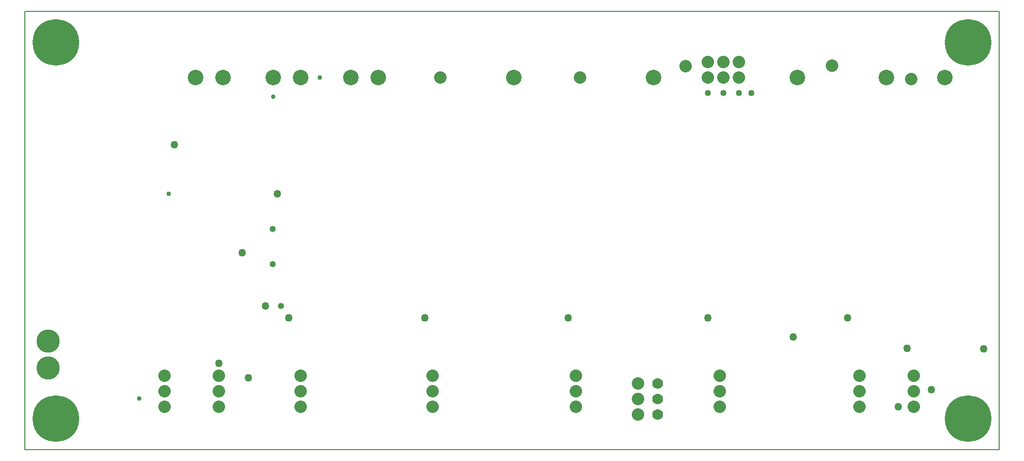
<source format=gbr>
G04 PROTEUS GERBER X2 FILE*
%TF.GenerationSoftware,Labcenter,Proteus,8.7-SP3-Build25561*%
%TF.CreationDate,2021-05-23T19:19:56+00:00*%
%TF.FileFunction,Copper,L4,Inr*%
%TF.FilePolarity,Positive*%
%TF.Part,Single*%
%TF.SameCoordinates,{bb4e542a-de17-4d2d-b6f0-32913e85bf41}*%
%FSLAX45Y45*%
%MOMM*%
G01*
%TA.AperFunction,ViaPad*%
%ADD18C,1.270000*%
%ADD19C,1.778000*%
%ADD70C,1.016000*%
%ADD71C,0.762000*%
%ADD20C,2.032000*%
%TA.AperFunction,ComponentPad*%
%ADD22C,3.810000*%
%ADD23C,2.540000*%
%ADD24C,2.032000*%
%TA.AperFunction,OtherPad,Unknown*%
%ADD35C,7.620000*%
%TA.AperFunction,Profile*%
%ADD40C,0.203200*%
%TD.AperFunction*%
D18*
X+6858000Y-3556000D03*
D19*
X+2921000Y-3175000D03*
X+2921000Y-3429000D03*
X+2921000Y-3683000D03*
D70*
X+4457601Y+1587500D03*
X+4254500Y+1587500D03*
X+4000500Y+1587500D03*
X+3746500Y+1587500D03*
D18*
X+7400945Y-3273445D03*
D70*
X-3379970Y-639428D03*
X-3374955Y-1215192D03*
X-3238500Y-1905000D03*
D71*
X-5560983Y-3423705D03*
D20*
X-635000Y+1841500D03*
X+1651000Y+1841500D03*
X+3383781Y+2028052D03*
X+5778500Y+2032000D03*
X+7075312Y+1816100D03*
D18*
X-4989352Y+736133D03*
X-3302000Y-63500D03*
X-4254500Y-2844450D03*
X-3777899Y-3079399D03*
X+7003489Y-2602297D03*
X+8255000Y-2603500D03*
X+6032500Y-2095500D03*
X+5143500Y-2413000D03*
X+3746500Y-2095500D03*
X+1460500Y-2095500D03*
X-889000Y-2095500D03*
X-3111500Y-2095500D03*
X-3492500Y-1905000D03*
X-3873500Y-1031366D03*
D71*
X-5080000Y-63500D03*
X-2603500Y+1841500D03*
X-3365500Y+1524000D03*
D22*
X-7048500Y-2476500D03*
X-7048500Y-2921000D03*
D23*
X-2095500Y+1841500D03*
X-1651000Y+1841500D03*
D24*
X-2921000Y-3556000D03*
X-2921000Y-3048000D03*
X-2921000Y-3302000D03*
D23*
X+571500Y+1841500D03*
D24*
X-762000Y-3556000D03*
X-762000Y-3302000D03*
X-762000Y-3048000D03*
X+1587500Y-3302000D03*
X+1587500Y-3556000D03*
X+1587500Y-3048000D03*
D23*
X+2857500Y+1841500D03*
D24*
X+3937000Y-3556000D03*
X+6223000Y-3556000D03*
X+3937000Y-3048000D03*
X+6223000Y-3048000D03*
X+3937000Y-3302000D03*
X+6223000Y-3302000D03*
D23*
X+5207000Y+1841500D03*
X+7620000Y+1841500D03*
D24*
X+7112000Y-3302000D03*
X+7112000Y-3556000D03*
X+7112000Y-3048000D03*
D23*
X+6667500Y+1841500D03*
D24*
X-4254500Y-3556000D03*
D35*
X-6921500Y-3746500D03*
X-6921500Y+2413000D03*
X+8001000Y+2413000D03*
X+8001000Y-3746500D03*
D23*
X-4191000Y+1841500D03*
X-4635500Y+1841500D03*
X-2921000Y+1841500D03*
X-3365500Y+1841500D03*
D24*
X-4254500Y-3048000D03*
X-4254500Y-3302000D03*
X+3746500Y+2095500D03*
X+2603500Y-3175000D03*
X+3746500Y+1841500D03*
X+4000500Y+2095500D03*
X+2603500Y-3429000D03*
X+4000500Y+1841500D03*
X+4254500Y+2095500D03*
X+2603500Y-3683000D03*
X+4254500Y+1841500D03*
X-5143500Y-3048000D03*
X-5143500Y-3302000D03*
X-5143500Y-3556000D03*
D40*
X-7429500Y-4254500D02*
X+8509000Y-4254500D01*
X+8509000Y+2921000D01*
X-7429500Y+2921000D01*
X-7429500Y-4254500D01*
M02*

</source>
